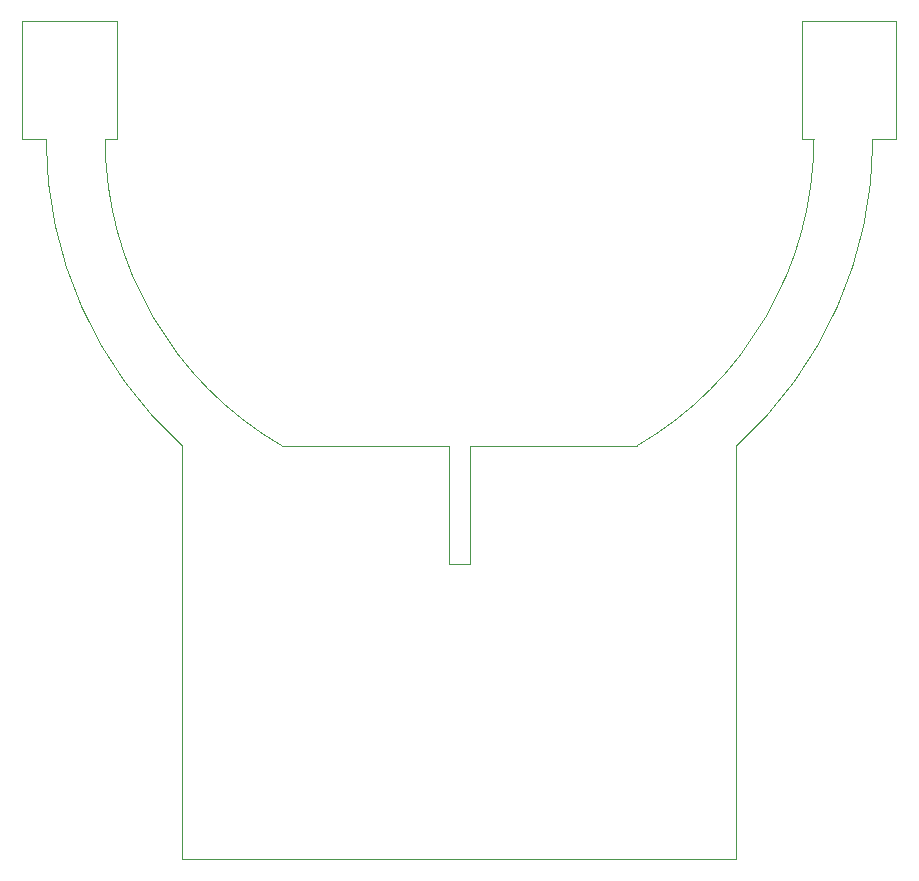
<source format=gbr>
%TF.GenerationSoftware,KiCad,Pcbnew,5.99.0-unknown-5405c09~101~ubuntu18.04.1*%
%TF.CreationDate,2020-04-21T19:36:23+03:00*%
%TF.ProjectId,Ultrasonic Flow Sensor,556c7472-6173-46f6-9e69-6320466c6f77,rev?*%
%TF.SameCoordinates,Original*%
%TF.FileFunction,Profile,NP*%
%FSLAX46Y46*%
G04 Gerber Fmt 4.6, Leading zero omitted, Abs format (unit mm)*
G04 Created by KiCad (PCBNEW 5.99.0-unknown-5405c09~101~ubuntu18.04.1) date 2020-04-21 19:36:23*
%MOMM*%
%LPD*%
G01*
G04 APERTURE LIST*
%TA.AperFunction,Profile*%
%ADD10C,0.100000*%
%TD*%
G04 APERTURE END LIST*
D10*
X149136991Y-69280010D02*
X147136990Y-69280010D01*
X142136990Y-69280010D02*
G75*
G02*
X127136990Y-95260771I-29999999J0D01*
G01*
X141136991Y-69280010D02*
X141136991Y-59280010D01*
X88684912Y-95260772D02*
X88684912Y-130260772D01*
X83136991Y-59280010D02*
X83136991Y-69280010D01*
X142136990Y-69280010D02*
X141136991Y-69280010D01*
X75136991Y-69280010D02*
X75136991Y-59280010D01*
X77136991Y-69280010D02*
X75136991Y-69280010D01*
X88684912Y-95260772D02*
G75*
G02*
X77136991Y-69280010I23452079J25980762D01*
G01*
X111286991Y-95260772D02*
X111286991Y-105260772D01*
X111286991Y-95260772D02*
X97136991Y-95260772D01*
X112986991Y-95260772D02*
X127136990Y-95260771D01*
X112986991Y-105260772D02*
X112986991Y-95260772D01*
X88684912Y-130260772D02*
X135589070Y-130260772D01*
X149136991Y-59280010D02*
X149136991Y-69280010D01*
X111286991Y-105260772D02*
X112986991Y-105260772D01*
X141136991Y-59280010D02*
X149136991Y-59280010D01*
X97136991Y-95260772D02*
G75*
G02*
X82136991Y-69280010I15000000J25980762D01*
G01*
X83136991Y-69280010D02*
X82136991Y-69280010D01*
X135589070Y-130260772D02*
X135589069Y-95260771D01*
X147136990Y-69280010D02*
G75*
G02*
X135589069Y-95260771I-34999999J0D01*
G01*
X75136991Y-59280010D02*
X83136991Y-59280010D01*
M02*

</source>
